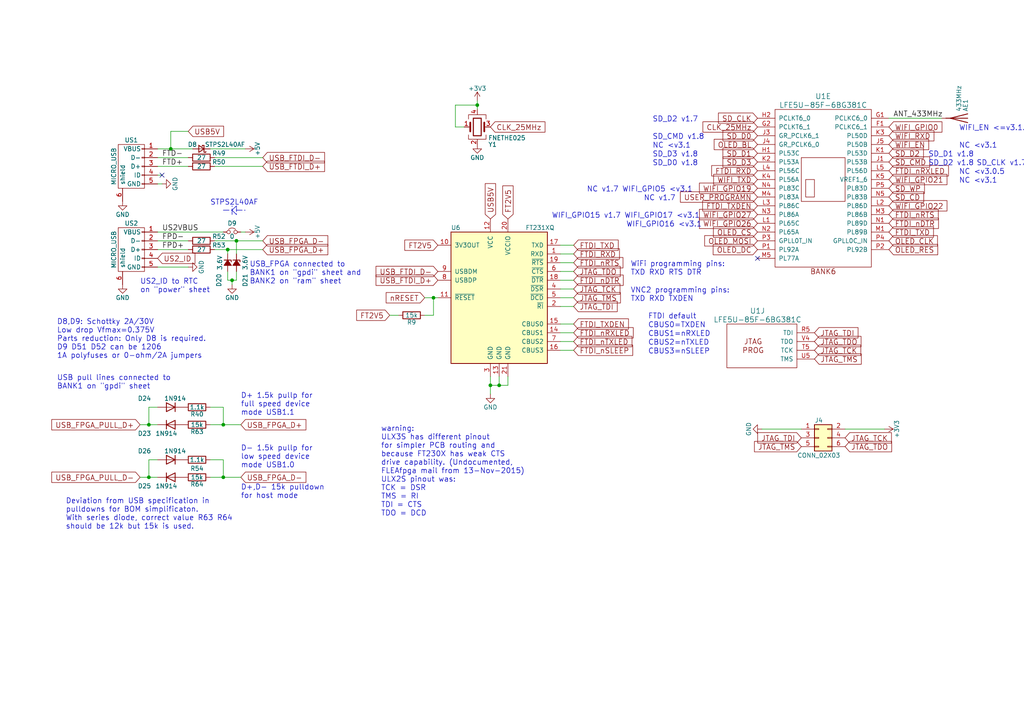
<source format=kicad_sch>
(kicad_sch (version 20211123) (generator eeschema)
  (paper "A4")
  (title_block (title "ULX3S") (date "2023-01-19") (rev "3.1.8") (company "EMARD") (comment 1 "USB serial and JTAG"))
  (junction (at 68.58 69.85))
  (junction (at 43.18 138.43))
  (junction (at 138.43 30.48))
  (junction (at 43.18 123.19))
  (junction (at 64.77 123.19))
  (junction (at 66.04 72.39))
  (junction (at 125.73 86.36))
  (junction (at 67.31 81.28))
  (junction (at 144.78 111.76))
  (junction (at 142.24 111.76))
  (junction (at 49.53 43.18))
  (junction (at 64.77 138.43))
  (no_connect (at 46.99 50.8))
  (no_connect (at 219.71 74.93))
  (polyline (pts (xy 67.31 62.23) (xy 67.31 59.69)))
  (polyline (pts (xy 64.77 60.96) (xy 67.31 60.96)))
  (wire (pts (xy 60.96 118.11) (xy 64.77 118.11)))
  (wire (pts (xy 162.56 83.82) (xy 166.37 83.82)))
  (wire (pts (xy 220.98 124.46) (xy 232.41 124.46)))
  (wire (pts (xy 138.43 29.21) (xy 138.43 30.48)))
  (wire (pts (xy 162.56 78.74) (xy 166.37 78.74)))
  (wire (pts (xy 134.62 36.83) (xy 132.08 36.83)))
  (wire (pts (xy 64.77 123.19) (xy 69.85 123.19)))
  (wire (pts (xy 66.04 72.39) (xy 76.2 72.39)))
  (wire (pts (xy 125.73 86.36) (xy 127 86.36)))
  (polyline (pts (xy 68.58 60.96) (xy 71.12 60.96)))
  (wire (pts (xy 162.56 73.66) (xy 166.37 73.66)))
  (wire (pts (xy 60.96 123.19) (xy 64.77 123.19)))
  (wire (pts (xy 67.31 81.28) (xy 68.58 81.28)))
  (wire (pts (xy 132.08 36.83) (xy 132.08 30.48)))
  (wire (pts (xy 142.24 111.76) (xy 142.24 114.3)))
  (wire (pts (xy 43.18 138.43) (xy 45.72 138.43)))
  (wire (pts (xy 132.08 30.48) (xy 138.43 30.48)))
  (wire (pts (xy 123.19 86.36) (xy 125.73 86.36)))
  (wire (pts (xy 257.81 34.29) (xy 273.05 34.29)))
  (wire (pts (xy 54.61 38.1) (xy 49.53 38.1)))
  (wire (pts (xy 40.64 123.19) (xy 43.18 123.19)))
  (wire (pts (xy 62.23 48.26) (xy 76.2 48.26)))
  (wire (pts (xy 45.72 69.85) (xy 54.61 69.85)))
  (wire (pts (xy 162.56 101.6) (xy 166.37 101.6)))
  (wire (pts (xy 43.18 118.11) (xy 45.72 118.11)))
  (wire (pts (xy 40.64 138.43) (xy 43.18 138.43)))
  (wire (pts (xy 60.96 138.43) (xy 64.77 138.43)))
  (wire (pts (xy 45.72 48.26) (xy 54.61 48.26)))
  (wire (pts (xy 64.77 138.43) (xy 69.85 138.43)))
  (wire (pts (xy 162.56 96.52) (xy 166.37 96.52)))
  (polyline (pts (xy 67.31 60.96) (xy 68.58 59.69)))
  (wire (pts (xy 60.96 43.18) (xy 71.12 43.18)))
  (wire (pts (xy 245.11 124.46) (xy 256.54 124.46)))
  (wire (pts (xy 60.96 133.35) (xy 64.77 133.35)))
  (wire (pts (xy 123.19 91.44) (xy 125.73 91.44)))
  (wire (pts (xy 66.04 81.28) (xy 67.31 81.28)))
  (wire (pts (xy 62.23 69.85) (xy 68.58 69.85)))
  (polyline (pts (xy 68.58 62.23) (xy 67.31 60.96)))
  (wire (pts (xy 162.56 99.06) (xy 166.37 99.06)))
  (wire (pts (xy 115.57 91.44) (xy 113.03 91.44)))
  (wire (pts (xy 49.53 38.1) (xy 49.53 43.18)))
  (wire (pts (xy 68.58 69.85) (xy 76.2 69.85)))
  (wire (pts (xy 43.18 123.19) (xy 43.18 118.11)))
  (wire (pts (xy 64.77 133.35) (xy 64.77 138.43)))
  (wire (pts (xy 125.73 91.44) (xy 125.73 86.36)))
  (wire (pts (xy 45.72 45.72) (xy 54.61 45.72)))
  (wire (pts (xy 162.56 81.28) (xy 166.37 81.28)))
  (wire (pts (xy 147.32 111.76) (xy 147.32 109.22)))
  (wire (pts (xy 43.18 138.43) (xy 43.18 133.35)))
  (wire (pts (xy 45.72 50.8) (xy 46.99 50.8)))
  (wire (pts (xy 69.85 67.31) (xy 71.12 67.31)))
  (wire (pts (xy 43.18 133.35) (xy 45.72 133.35)))
  (wire (pts (xy 144.78 111.76) (xy 147.32 111.76)))
  (wire (pts (xy 144.78 109.22) (xy 144.78 111.76)))
  (wire (pts (xy 162.56 93.98) (xy 166.37 93.98)))
  (wire (pts (xy 66.04 72.39) (xy 66.04 73.66)))
  (wire (pts (xy 162.56 71.12) (xy 166.37 71.12)))
  (wire (pts (xy 45.72 72.39) (xy 54.61 72.39)))
  (wire (pts (xy 45.72 77.47) (xy 54.61 77.47)))
  (wire (pts (xy 66.04 78.74) (xy 66.04 81.28)))
  (wire (pts (xy 64.77 118.11) (xy 64.77 123.19)))
  (wire (pts (xy 68.58 81.28) (xy 68.58 78.74)))
  (wire (pts (xy 45.72 67.31) (xy 64.77 67.31)))
  (wire (pts (xy 162.56 88.9) (xy 166.37 88.9)))
  (wire (pts (xy 45.72 53.34) (xy 46.99 53.34)))
  (wire (pts (xy 62.23 45.72) (xy 76.2 45.72)))
  (wire (pts (xy 62.23 72.39) (xy 66.04 72.39)))
  (wire (pts (xy 68.58 69.85) (xy 68.58 73.66)))
  (wire (pts (xy 45.72 43.18) (xy 49.53 43.18)))
  (wire (pts (xy 162.56 76.2) (xy 166.37 76.2)))
  (wire (pts (xy 49.53 43.18) (xy 55.88 43.18)))
  (wire (pts (xy 142.24 109.22) (xy 142.24 111.76)))
  (wire (pts (xy 138.43 30.48) (xy 138.43 31.75)))
  (polyline (pts (xy 68.58 59.69) (xy 68.58 62.23)))
  (wire (pts (xy 142.24 111.76) (xy 144.78 111.76)))
  (wire (pts (xy 43.18 123.19) (xy 45.72 123.19)))
  (wire (pts (xy 67.31 82.55) (xy 67.31 81.28)))
  (wire (pts (xy 162.56 86.36) (xy 166.37 86.36)))
  (text "D8,D9: Schottky 2A/30V \nLow drop Vfmax=0.375V\nParts reduction: Only D8 is required.\nD9 D51 D52 can be 1206\n1A polyfuses or 0-ohm/2A jumpers" (at 16.51 104.14 0) (effects (font (size 1.524 1.524)) (justify left bottom)))
  (text "SD_D1 v1.8" (at 269.24 45.72 0) (effects (font (size 1.524 1.524)) (justify left bottom)))
  (text "D+,D- 15k pulldown \nfor host mode" (at 69.85 144.78 0) (effects (font (size 1.524 1.524)) (justify left bottom)))
  (text "WIFI_GPIO16 <v3.1" (at 181.61 66.04 0) (effects (font (size 1.524 1.524)) (justify left bottom)))
  (text "US2_ID to RTC\non \"power\" sheet" (at 40.64 85.09 0) (effects (font (size 1.524 1.524)) (justify left bottom)))
  (text "VNC2 programming pins:\nTXD RXD TXDEN" (at 182.88 87.63 0) (effects (font (size 1.524 1.524)) (justify left bottom)))
  (text "NC <v3.1" (at 189.23 43.18 0) (effects (font (size 1.524 1.524)) (justify left bottom)))
  (text "CBUS2=nTXLED" (at 187.96 100.33 0) (effects (font (size 1.524 1.524)) (justify left bottom)))
  (text "CBUS0=TXDEN" (at 187.96 95.25 0) (effects (font (size 1.524 1.524)) (justify left bottom)))
  (text "WiFi programming pins:\nTXD RXD RTS DTR" (at 182.88 80.01 0) (effects (font (size 1.524 1.524)) (justify left bottom)))
  (text "SD_D3 v1.8" (at 189.23 45.72 0) (effects (font (size 1.524 1.524)) (justify left bottom)))
  (text "D+ 1.5k pullp for \nfull speed device\nmode USB1.1" (at 69.85 120.65 0) (effects (font (size 1.524 1.524)) (justify left bottom)))
  (text "SD_CLK v1.7" (at 283.21 48.26 0) (effects (font (size 1.524 1.524)) (justify left bottom)))
  (text "NC <v3.1" (at 278.13 43.18 0) (effects (font (size 1.524 1.524)) (justify left bottom)))
  (text "SD_CMD v1.8" (at 189.23 40.64 0) (effects (font (size 1.524 1.524)) (justify left bottom)))
  (text "USB pull lines connected to\nBANK1 on \"gpdi\" sheet" (at 16.51 113.03 0) (effects (font (size 1.524 1.524)) (justify left bottom)))
  (text "Deviation from USB specification in\npulldowns for BOM simplificaton.\nWith series diode, correct value R63 R64 \nshould be 12k but 15k is used." (at 19.05 153.67 0) (effects (font (size 1.524 1.524)) (justify left bottom)))
  (text "NC <v3.1" (at 278.13 53.34 0) (effects (font (size 1.524 1.524)) (justify left bottom)))
  (text "NC <v3.0.5" (at 278.13 50.8 0) (effects (font (size 1.524 1.524)) (justify left bottom)))
  (text "CBUS1=nRXLED" (at 187.96 97.79 0) (effects (font (size 1.524 1.524)) (justify left bottom)))
  (text "warning:\nULX3S has different pinout\nfor simpler PCB routing and\nbecause FT230X has weak CTS\ndrive capability. (Undocumented,\nFLEAfpga mail from 13-Nov-2015)\nULX2S pinout was:\nTCK = DSR\nTMS = RI\nTDI = CTS\nTDO = DCD\n" (at 110.49 149.86 0) (effects (font (size 1.524 1.524)) (justify left bottom)))
  (text "NC v1.7 WIFI_GPIO5 <v3.1" (at 170.18 55.88 0) (effects (font (size 1.524 1.524)) (justify left bottom)))
  (text "CBUS3=nSLEEP" (at 187.96 102.87 0) (effects (font (size 1.524 1.524)) (justify left bottom)))
  (text "WIFI_EN <=v3.1.4" (at 278.13 38.1 0) (effects (font (size 1.524 1.524)) (justify left bottom)))
  (text "D- 1.5k pullp for \nlow speed device\nmode USB1.0" (at 69.85 135.89 0) (effects (font (size 1.524 1.524)) (justify left bottom)))
  (text "NC v1.7" (at 186.69 58.42 0) (effects (font (size 1.524 1.524)) (justify left bottom)))
  (text "SD_D0 v1.8" (at 189.23 48.26 0) (effects (font (size 1.524 1.524)) (justify left bottom)))
  (text "WIFI_GPIO15 v1.7 WIFI_GPIO17 <v3.1" (at 160.02 63.5 0) (effects (font (size 1.524 1.524)) (justify left bottom)))
  (text "USB_FPGA connected to\nBANK1 on \"gpdi\" sheet and\nBANK2 on \"ram\" sheet" (at 72.39 82.55 0) (effects (font (size 1.524 1.524)) (justify left bottom)))
  (text "STPS2L40AF" (at 60.96 59.69 0) (effects (font (size 1.524 1.524)) (justify left bottom)))
  (text "FTDI default" (at 187.96 92.71 0) (effects (font (size 1.524 1.524)) (justify left bottom)))
  (text "SD_D2 v1.8" (at 269.24 48.26 0) (effects (font (size 1.524 1.524)) (justify left bottom)))
  (text "SD_D2 v1.7" (at 189.23 35.56 0) (effects (font (size 1.524 1.524)) (justify left bottom)))
  (label "US2VBUS" (at 46.99 67.31 0) (effects (font (size 1.524 1.524))))
  (label "FTD+" (at 46.99 48.26 0) (effects (font (size 1.524 1.524))))
  (label "FPD+" (at 46.99 72.39 0) (effects (font (size 1.524 1.524))))
  (label "FTD-" (at 46.99 45.72 0) (effects (font (size 1.524 1.524))))
  (label "FPD-" (at 46.99 69.85 0) (effects (font (size 1.524 1.524))))
  (label "ANT_433MHz" (at 259.08 34.29 0) (effects (font (size 1.524 1.524))))
  (global_label "WIFI_GPIO27" (shape input) (at 219.71 62.23 180) (effects (font (size 1.524 1.524))) (property "Intersheet References" "${INTERSHEET_REFS}" (effects hide)))
  (global_label "FTDI_RXD" (shape input) (at 166.37 73.66 0) (effects (font (size 1.524 1.524))) (property "Intersheet References" "${INTERSHEET_REFS}" (effects hide)))
  (global_label "OLED_BL" (shape input) (at 219.71 41.91 180) (effects (font (size 1.524 1.524))) (property "Intersheet References" "${INTERSHEET_REFS}" (effects hide)))
  (global_label "USB5V" (shape input) (at 54.61 38.1 0) (effects (font (size 1.524 1.524))) (property "Intersheet References" "${INTERSHEET_REFS}" (effects hide)))
  (global_label "WIFI_EN" (shape input) (at 257.81 41.91 0) (effects (font (size 1.524 1.524))) (property "Intersheet References" "${INTERSHEET_REFS}" (effects hide)))
  (global_label "WIFI_GPIO22" (shape input) (at 257.81 59.69 0) (effects (font (size 1.524 1.524))) (property "Intersheet References" "${INTERSHEET_REFS}" (effects hide)))
  (global_label "FTDI_TXD" (shape input) (at 166.37 71.12 0) (effects (font (size 1.524 1.524))) (property "Intersheet References" "${INTERSHEET_REFS}" (effects hide)))
  (global_label "FTDI_nRXLED" (shape input) (at 257.81 49.53 0) (effects (font (size 1.524 1.524))) (property "Intersheet References" "${INTERSHEET_REFS}" (effects hide)))
  (global_label "FTDI_RXD" (shape input) (at 219.71 49.53 180) (effects (font (size 1.524 1.524))) (property "Intersheet References" "${INTERSHEET_REFS}" (effects hide)))
  (global_label "US2_ID" (shape input) (at 45.72 74.93 0) (effects (font (size 1.524 1.524))) (property "Intersheet References" "${INTERSHEET_REFS}" (effects hide)))
  (global_label "JTAG_TMS" (shape input) (at 232.41 129.54 180) (effects (font (size 1.524 1.524))) (property "Intersheet References" "${INTERSHEET_REFS}" (effects hide)))
  (global_label "CLK_25MHz" (shape input) (at 219.71 36.83 180) (effects (font (size 1.524 1.524))) (property "Intersheet References" "${INTERSHEET_REFS}" (effects hide)))
  (global_label "JTAG_TCK" (shape input) (at 166.37 83.82 0) (effects (font (size 1.524 1.524))) (property "Intersheet References" "${INTERSHEET_REFS}" (effects hide)))
  (global_label "USB5V" (shape input) (at 142.24 63.5 90) (effects (font (size 1.524 1.524))) (property "Intersheet References" "${INTERSHEET_REFS}" (effects hide)))
  (global_label "OLED_RES" (shape input) (at 257.81 72.39 0) (effects (font (size 1.524 1.524))) (property "Intersheet References" "${INTERSHEET_REFS}" (effects hide)))
  (global_label "CLK_25MHz" (shape input) (at 142.24 36.83 0) (effects (font (size 1.524 1.524))) (property "Intersheet References" "${INTERSHEET_REFS}" (effects hide)))
  (global_label "USB_FPGA_PULL_D+" (shape input) (at 40.64 123.19 180) (effects (font (size 1.524 1.524))) (property "Intersheet References" "${INTERSHEET_REFS}" (effects hide)))
  (global_label "nRESET" (shape input) (at 123.19 86.36 180) (effects (font (size 1.524 1.524))) (property "Intersheet References" "${INTERSHEET_REFS}" (effects hide)))
  (global_label "WIFI_TXD" (shape input) (at 219.71 52.07 180) (effects (font (size 1.524 1.524))) (property "Intersheet References" "${INTERSHEET_REFS}" (effects hide)))
  (global_label "USER_PROGRAMN" (shape input) (at 219.71 57.15 180) (effects (font (size 1.524 1.524))) (property "Intersheet References" "${INTERSHEET_REFS}" (effects hide)))
  (global_label "JTAG_TDI" (shape input) (at 236.22 96.52 0) (effects (font (size 1.524 1.524))) (property "Intersheet References" "${INTERSHEET_REFS}" (effects hide)))
  (global_label "OLED_CLK" (shape input) (at 257.81 69.85 0) (effects (font (size 1.524 1.524))) (property "Intersheet References" "${INTERSHEET_REFS}" (effects hide)))
  (global_label "USB_FPGA_D+" (shape input) (at 69.85 123.19 0) (effects (font (size 1.524 1.524))) (property "Intersheet References" "${INTERSHEET_REFS}" (effects hide)))
  (global_label "WIFI_RXD" (shape input) (at 257.81 39.37 0) (effects (font (size 1.524 1.524))) (property "Intersheet References" "${INTERSHEET_REFS}" (effects hide)))
  (global_label "FTDI_TXDEN" (shape input) (at 166.37 93.98 0) (effects (font (size 1.524 1.524))) (property "Intersheet References" "${INTERSHEET_REFS}" (effects hide)))
  (global_label "WIFI_GPIO21" (shape input) (at 257.81 52.07 0) (effects (font (size 1.524 1.524))) (property "Intersheet References" "${INTERSHEET_REFS}" (effects hide)))
  (global_label "JTAG_TDO" (shape input) (at 166.37 78.74 0) (effects (font (size 1.524 1.524))) (property "Intersheet References" "${INTERSHEET_REFS}" (effects hide)))
  (global_label "FT2V5" (shape input) (at 113.03 91.44 180) (effects (font (size 1.524 1.524))) (property "Intersheet References" "${INTERSHEET_REFS}" (effects hide)))
  (global_label "FTDI_nDTR" (shape input) (at 166.37 81.28 0) (effects (font (size 1.524 1.524))) (property "Intersheet References" "${INTERSHEET_REFS}" (effects hide)))
  (global_label "JTAG_TMS" (shape input) (at 166.37 86.36 0) (effects (font (size 1.524 1.524))) (property "Intersheet References" "${INTERSHEET_REFS}" (effects hide)))
  (global_label "JTAG_TDO" (shape input) (at 245.11 129.54 0) (effects (font (size 1.524 1.524))) (property "Intersheet References" "${INTERSHEET_REFS}" (effects hide)))
  (global_label "FTDI_TXDEN" (shape input) (at 219.71 59.69 180) (effects (font (size 1.524 1.524))) (property "Intersheet References" "${INTERSHEET_REFS}" (effects hide)))
  (global_label "OLED_DC" (shape input) (at 219.71 72.39 180) (effects (font (size 1.524 1.524))) (property "Intersheet References" "${INTERSHEET_REFS}" (effects hide)))
  (global_label "FTDI_nRTS" (shape input) (at 257.81 62.23 0) (effects (font (size 1.524 1.524))) (property "Intersheet References" "${INTERSHEET_REFS}" (effects hide)))
  (global_label "SD_D0" (shape input) (at 219.71 39.37 180) (effects (font (size 1.524 1.524))) (property "Intersheet References" "${INTERSHEET_REFS}" (effects hide)))
  (global_label "FT2V5" (shape input) (at 127 71.12 180) (effects (font (size 1.524 1.524))) (property "Intersheet References" "${INTERSHEET_REFS}" (effects hide)))
  (global_label "SD_WP" (shape input) (at 257.81 54.61 0) (effects (font (size 1.524 1.524))) (property "Intersheet References" "${INTERSHEET_REFS}" (effects hide)))
  (global_label "WIFI_GPIO26" (shape input) (at 219.71 64.77 180) (effects (font (size 1.524 1.524))) (property "Intersheet References" "${INTERSHEET_REFS}" (effects hide)))
  (global_label "FTDI_nRXLED" (shape input) (at 166.37 96.52 0) (effects (font (size 1.524 1.524))) (property "Intersheet References" "${INTERSHEET_REFS}" (effects hide)))
  (global_label "FT2V5" (shape input) (at 147.32 63.5 90) (effects (font (size 1.524 1.524))) (property "Intersheet References" "${INTERSHEET_REFS}" (effects hide)))
  (global_label "JTAG_TMS" (shape input) (at 236.22 104.14 0) (effects (font (size 1.524 1.524))) (property "Intersheet References" "${INTERSHEET_REFS}" (effects hide)))
  (global_label "SD_CMD" (shape input) (at 257.81 46.99 0) (effects (font (size 1.524 1.524))) (property "Intersheet References" "${INTERSHEET_REFS}" (effects hide)))
  (global_label "OLED_CS" (shape input) (at 219.71 67.31 180) (effects (font (size 1.524 1.524))) (property "Intersheet References" "${INTERSHEET_REFS}" (effects hide)))
  (global_label "USB_FPGA_PULL_D-" (shape input) (at 40.64 138.43 180) (effects (font (size 1.524 1.524))) (property "Intersheet References" "${INTERSHEET_REFS}" (effects hide)))
  (global_label "WIFI_GPIO0" (shape input) (at 257.81 36.83 0) (effects (font (size 1.524 1.524))) (property "Intersheet References" "${INTERSHEET_REFS}" (effects hide)))
  (global_label "USB_FTDI_D+" (shape input) (at 76.2 48.26 0) (effects (font (size 1.524 1.524))) (property "Intersheet References" "${INTERSHEET_REFS}" (effects hide)))
  (global_label "FTDI_nTXLED" (shape input) (at 166.37 99.06 0) (effects (font (size 1.524 1.524))) (property "Intersheet References" "${INTERSHEET_REFS}" (effects hide)))
  (global_label "WIFI_GPIO19" (shape input) (at 219.71 54.61 180) (effects (font (size 1.524 1.524))) (property "Intersheet References" "${INTERSHEET_REFS}" (effects hide)))
  (global_label "USB_FTDI_D-" (shape input) (at 127 78.74 180) (effects (font (size 1.524 1.524))) (property "Intersheet References" "${INTERSHEET_REFS}" (effects hide)))
  (global_label "SD_D3" (shape input) (at 219.71 46.99 180) (effects (font (size 1.524 1.524))) (property "Intersheet References" "${INTERSHEET_REFS}" (effects hide)))
  (global_label "SD_CLK" (shape input) (at 219.71 34.29 180) (effects (font (size 1.524 1.524))) (property "Intersheet References" "${INTERSHEET_REFS}" (effects hide)))
  (global_label "JTAG_TCK" (shape input) (at 236.22 101.6 0) (effects (font (size 1.524 1.524))) (property "Intersheet References" "${INTERSHEET_REFS}" (effects hide)))
  (global_label "USB_FTDI_D+" (shape input) (at 127 81.28 180) (effects (font (size 1.524 1.524))) (property "Intersheet References" "${INTERSHEET_REFS}" (effects hide)))
  (global_label "USB_FTDI_D-" (shape input) (at 76.2 45.72 0) (effects (font (size 1.524 1.524))) (property "Intersheet References" "${INTERSHEET_REFS}" (effects hide)))
  (global_label "SD_D2" (shape input) (at 257.81 44.45 0) (effects (font (size 1.524 1.524))) (property "Intersheet References" "${INTERSHEET_REFS}" (effects hide)))
  (global_label "JTAG_TDI" (shape input) (at 232.41 127 180) (effects (font (size 1.524 1.524))) (property "Intersheet References" "${INTERSHEET_REFS}" (effects hide)))
  (global_label "USB_FPGA_D+" (shape input) (at 76.2 72.39 0) (effects (font (size 1.524 1.524))) (property "Intersheet References" "${INTERSHEET_REFS}" (effects hide)))
  (global_label "FTDI_nSLEEP" (shape input) (at 166.37 101.6 0) (effects (font (size 1.524 1.524))) (property "Intersheet References" "${INTERSHEET_REFS}" (effects hide)))
  (global_label "FTDI_nRTS" (shape input) (at 166.37 76.2 0) (effects (font (size 1.524 1.524))) (property "Intersheet References" "${INTERSHEET_REFS}" (effects hide)))
  (global_label "FTDI_nDTR" (shape input) (at 257.81 64.77 0) (effects (font (size 1.524 1.524))) (property "Intersheet References" "${INTERSHEET_REFS}" (effects hide)))
  (global_label "USB_FPGA_D-" (shape input) (at 69.85 138.43 0) (effects (font (size 1.524 1.524))) (property "Intersheet References" "${INTERSHEET_REFS}" (effects hide)))
  (global_label "JTAG_TDI" (shape input) (at 166.37 88.9 0) (effects (font (size 1.524 1.524))) (property "Intersheet References" "${INTERSHEET_REFS}" (effects hide)))
  (global_label "JTAG_TCK" (shape input) (at 245.11 127 0) (effects (font (size 1.524 1.524))) (property "Intersheet References" "${INTERSHEET_REFS}" (effects hide)))
  (global_label "FTDI_TXD" (shape input) (at 257.81 67.31 0) (effects (font (size 1.524 1.524))) (property "Intersheet References" "${INTERSHEET_REFS}" (effects hide)))
  (global_label "JTAG_TDO" (shape input) (at 236.22 99.06 0) (effects (font (size 1.524 1.524))) (property "Intersheet References" "${INTERSHEET_REFS}" (effects hide)))
  (global_label "USB_FPGA_D-" (shape input) (at 76.2 69.85 0) (effects (font (size 1.524 1.524))) (property "Intersheet References" "${INTERSHEET_REFS}" (effects hide)))
  (global_label "OLED_MOSI" (shape input) (at 219.71 69.85 180) (effects (font (size 1.524 1.524))) (property "Intersheet References" "${INTERSHEET_REFS}" (effects hide)))
  (global_label "SD_D1" (shape input) (at 219.71 44.45 180) (effects (font (size 1.524 1.524))) (property "Intersheet References" "${INTERSHEET_REFS}" (effects hide)))
  (global_label "SD_CD" (shape input) (at 257.81 57.15 0) (effects (font (size 1.524 1.524))) (property "Intersheet References" "${INTERSHEET_REFS}" (effects hide)))
  (symbol (lib_id "Device:D_Schottky_Small") (at 58.42 43.18 180) (unit 1)
    (property "Reference" "D8" (at 57.15 41.91 0) (effects (justify left)))
    (property "Value" "STPS2L40AF" (at 71.12 41.91 0) (effects (justify left)))
    (property "Footprint" "Diode_SMD:D_SMA" (effects hide))
    (property "MNF1_URL" "www.st.com" (effects hide))
    (property "MPN" "STPS2L30AF" (effects hide))
    (property "Mouser" "511-STPS2L40AF" (effects hide))
    (property "Digikey" "497-12310-1-ND" (effects hide))
    (property "Newark" "69AH2828" (effects hide))
    (property "AvnetEU" "STPS2L30AF" (effects hide))
    (property "LCSC" "C111630" (effects hide))
    (property "price100_AvnetEU" "0.22121$" (effects hide))
    (property "Koncar" "FV008" (effects hide))
  )
  (symbol (lib_id "power:+5V") (at 71.12 43.18 270) (unit 1)
    (property "Reference" "#PWR0107" (effects hide))
    (property "Value" "+5V" (at 74.676 43.18 0))
  )
  (symbol (lib_id "ulx3s-rescue:Jumper_NC_Small-Device") (at 67.31 67.31 0) (unit 1)
    (property "Reference" "D9" (at 67.31 64.77 0))
    (property "Value" "0" (at 67.31 68.58 0))
    (property "Footprint" "jumper:D_SMA_Jumper_NC" (effects hide))
    (property "MFG1" "Yageo" (effects hide))
    (property "MNF1_URL" "www.yageo.com" (effects hide))
    (property "EMPTY_MPN" "RC0805JR-070RL" (effects hide))
    (property "MFG2" "ST" (effects hide))
    (property "MPN2" "STPS2L30AF" (effects hide))
    (property "Note" "Leave empty" (effects hide))
  )
  (symbol (lib_id "power:+5V") (at 71.12 67.31 270) (unit 1)
    (property "Reference" "#PWR0108" (effects hide))
    (property "Value" "+5V" (at 74.676 67.31 0))
  )
  (symbol (lib_id "usb_otg:USB_OTG") (at 38.1 48.26 90) (mirror x) (unit 1)
    (property "Reference" "US1" (at 38.1 40.64 90))
    (property "Value" "MICRO_USB" (at 33.02 48.26 0))
    (property "Footprint" "usb_otg:USB-MICRO-B-FCI-10118192-0001LF" (effects hide))
    (property "Datasheet" "http://portal.fciconnect.com/Comergent/fci/drawing/10118192.pdf" (effects hide))
    (property "MFG1" "FCI" (effects hide))
    (property "MNF1_URL" "www.fciconnect.com" (effects hide))
    (property "MPN" "10118192-0001LF" (effects hide))
    (property "Datasheet2" "https://www.molex.com/pdm_docs/sd/473460001_sd.pdf" (effects hide))
    (property "MFG2" "Molex" (effects hide))
    (property "MNF2_URL" "www.molex.com" (effects hide))
    (property "MPN2" "47346-0001" (effects hide))
    (property "Mouser" "649-10118192-0001LF " (effects hide))
    (property "Mouse_r1" "538-47346-0001" (effects hide))
    (property "Mouse_r2" "490-UJ2-MIBH-G-SMTTR" (effects hide))
    (property "Digikey" "609-4613-1-ND" (effects hide))
    (property "Digikey2" "WM17141CT-ND" (effects hide))
    (property "Newark" "47M0505" (effects hide))
    (property "LCSC" "C132564" (effects hide))
    (property "FreelanceElec" "10118192-0001LF" (effects hide))
    (property "price200_FreelanceElec" "0.12487$" (effects hide))
    (property "Koncar" "FU010" (effects hide))
    (property "Side" "T" (effects hide))
  )
  (symbol (lib_id "usb_otg:USB_OTG") (at 38.1 72.39 90) (mirror x) (unit 1)
    (property "Reference" "US2" (at 38.1 64.77 90))
    (property "Value" "MICRO_USB" (at 33.02 72.39 0))
    (property "Footprint" "usb_otg:USB-MICRO-B-FCI-10118192-0001LF" (effects hide))
    (property "Datasheet" "portal.fciconnect.com/Comergent/fci/drawing/10118192.pdf" (effects hide))
  )
  (symbol (lib_id "power:GND") (at 46.99 53.34 90) (unit 1)
    (property "Reference" "#PWR0104" (effects hide))
    (property "Value" "GND" (at 50.8 53.34 0))
  )
  (symbol (lib_id "power:GND") (at 54.61 77.47 90) (unit 1)
    (property "Reference" "#PWR0105" (effects hide))
    (property "Value" "GND" (at 58.42 77.47 0))
  )
  (symbol (lib_id "power:GND") (at 35.56 58.42 0) (unit 1)
    (property "Reference" "#PWR0102" (effects hide))
    (property "Value" "GND" (at 35.56 62.23 0))
  )
  (symbol (lib_id "power:GND") (at 35.56 82.55 0) (unit 1)
    (property "Reference" "#PWR0103" (effects hide))
    (property "Value" "GND" (at 35.56 86.36 0))
  )
  (symbol (lib_id "power:GND") (at 142.24 114.3 0) (unit 1)
    (property "Reference" "#PWR0111" (effects hide))
    (property "Value" "GND" (at 142.24 118.11 0))
  )
  (symbol (lib_id "ftdi:FT231XQ") (at 144.78 86.36 0) (unit 1)
    (property "Reference" "U6" (at 130.81 66.04 0) (effects (justify left)))
    (property "Value" "FT231XQ" (at 152.4 66.04 0) (effects (justify left)))
    (property "Footprint" "ft231x:FT231X-QFN-20-1EP_4x4mm_P0.5mm_EP2x2mm" (effects hide))
    (property "Datasheet" "www.ftdichip.com/Documents/DataSheets/ICs/DS_FT231X.pdf" (effects hide))
    (property "MNF1_URL" "www.ftdichip.com" (effects hide))
    (property "MPN" "FT231XQ" (effects hide))
    (property "Mouser" "895-FT231XQ-R" (effects hide))
    (property "Mouse_r2" "895-FT231XQ-T" (effects hide))
    (property "Digikey" "768-1128-1-ND" (effects hide))
    (property "Dikike_y2" "768-1155-ND" (effects hide))
    (property "LCSC" "C132159" (effects hide))
    (property "RS" "7570032" (effects hide))
    (property "Newark" "83T7088" (effects hide))
    (property "price100_RS" "1.86$" (effects hide))
    (property "Koncar" "FU002" (effects hide))
  )
  (symbol (lib_id "Device:R") (at 119.38 91.44 270) (unit 1)
    (property "Reference" "R9" (at 119.38 93.472 90))
    (property "Value" "15k" (at 119.38 91.44 90))
    (property "Footprint" "Resistor_SMD:R_0603_1608Metric" (effects hide))
    (property "MNF1_URL" "www.yageo.com" (effects hide))
    (property "MPN" "RC0603FR-0715KL" (effects hide))
    (property "Mouser" "603-AC0603FR-1015KL" (effects hide))
    (property "Mouse_r1" "603-RC0603FR-0715KL" (effects hide))
    (property "Mouse_r2" "603-RC0603FR-1015KL" (effects hide))
    (property "Mouse_r3" "603-RC0603FR-1315KL" (effects hide))
    (property "Digikey" "YAG3569CT-ND" (effects hide))
    (property "Newark" "94X1443" (effects hide))
    (property "LCSC" "C217750" (effects hide))
    (property "price1500_Mouser" "8.4$" (effects hide))
    (property "Koncar" "FR005" (effects hide))
  )
  (symbol (lib_id "Device:R") (at 57.15 118.11 90) (mirror x) (unit 1)
    (property "Reference" "R40" (at 57.15 120.142 90))
    (property "Value" "1.1k" (at 57.15 118.11 90))
    (property "Footprint" "Resistor_SMD:R_0603_1608Metric" (effects hide))
  )
  (symbol (lib_id "Connector_Generic:Conn_02x03_Odd_Even") (at 237.49 127 0) (unit 1)
    (property "Reference" "J4" (at 237.49 121.92 0))
    (property "Value" "CONN_02X03" (at 237.49 132.08 0))
    (property "Footprint" "Connector_PinSocket_1.27mm:PinSocket_2x03_P1.27mm_Vertical" (effects hide))
    (property "Note" "Leave empty" (effects hide))
    (property "Side" "T" (effects hide))
  )
  (symbol (lib_id "power:GND") (at 220.98 124.46 270) (unit 1)
    (property "Reference" "#PWR0113" (effects hide))
    (property "Value" "GND" (at 217.17 124.46 0))
  )
  (symbol (lib_id "power:+3V3") (at 256.54 124.46 270) (unit 1)
    (property "Reference" "#PWR0114" (effects hide))
    (property "Value" "+3V3" (at 260.096 124.46 0))
  )
  (symbol (lib_id "Device:R") (at 58.42 45.72 270) (unit 1)
    (property "Reference" "R49" (at 63.5 44.45 90))
    (property "Value" "27" (at 58.42 45.72 90))
    (property "Footprint" "Resistor_SMD:R_0603_1608Metric" (effects hide))
    (property "MNF1_URL" "www.yageo.com" (effects hide))
    (property "MPN" "AC0603JR-0727RL" (effects hide))
    (property "Mouser" "603-AC0603JR-0727RL" (effects hide))
    (property "Digikey" "311-27.0HRCT-ND" (effects hide))
    (property "Newark" "08AH8595" (effects hide))
    (property "LCSC" "C325726" (effects hide))
    (property "Koncar" "FR008" (effects hide))
  )
  (symbol (lib_id "Device:R") (at 58.42 48.26 270) (unit 1)
    (property "Reference" "R50" (at 63.5 46.99 90))
    (property "Value" "27" (at 58.42 48.26 90))
    (property "Footprint" "Resistor_SMD:R_0603_1608Metric" (effects hide))
    (property "MNF1_URL" "www.yageo.com" (effects hide))
    (property "MPN" "AC0603JR-0727RL" (effects hide))
  )
  (symbol (lib_id "Device:R") (at 58.42 69.85 270) (unit 1)
    (property "Reference" "R52" (at 63.5 68.58 90))
    (property "Value" "27" (at 58.42 69.85 90))
    (property "Footprint" "Resistor_SMD:R_0603_1608Metric" (effects hide))
    (property "MNF1_URL" "www.yageo.com" (effects hide))
    (property "MPN" "AC0603JR-0727RL" (effects hide))
  )
  (symbol (lib_id "Device:R") (at 58.42 72.39 270) (unit 1)
    (property "Reference" "R53" (at 63.5 71.12 90))
    (property "Value" "27" (at 58.42 72.39 90))
    (property "Footprint" "Resistor_SMD:R_0603_1608Metric" (effects hide))
    (property "MNF1_URL" "www.yageo.com" (effects hide))
    (property "MPN" "AC0603JR-0727RL" (effects hide))
  )
  (symbol (lib_id "ulx3s-rescue:D_Zener_Small_ALT-Device") (at 66.04 76.2 270) (unit 1)
    (property "Reference" "D20" (at 63.5 81.28 0))
    (property "Value" "3.6V" (at 63.754 76.2 0))
    (property "Footprint" "Diode_SMD:D_SOD-323_HandSoldering" (effects hide))
    (property "Datasheet" "http://www.taiwansemi.com/products/datasheet/BZT52C2V4S%20SERIES_H1709.pdf" (effects hide))
    (property "MNF1_URL" "www.taiwansemi.com" (effects hide))
    (property "MPN" "BZT52C3V6S" (effects hide))
    (property "Mouser" "833-BZT52C3V6S-TP" (effects hide))
    (property "price200_Mouser" "0.096$" (effects hide))
    (property "Digikey" "BZT52C3V6S-TPMSCT-ND" (effects hide))
    (property "Newark" "01P0395" (effects hide))
    (property "LCSC" "C353525" (effects hide))
    (property "Koncar" "FV002" (effects hide))
  )
  (symbol (lib_id "ulx3s-rescue:D_Zener_Small_ALT-Device") (at 68.58 76.2 270) (unit 1)
    (property "Reference" "D21" (at 71.12 81.28 0))
    (property "Value" "3.6V" (at 71.12 76.2 0))
    (property "Footprint" "Diode_SMD:D_SOD-323_HandSoldering" (effects hide))
    (property "Datasheet" "http://www.taiwansemi.com/products/datasheet/BZT52C2V4S%20SERIES_H1709.pdf" (effects hide))
    (property "MNF1_URL" "www.taiwansemi.com" (effects hide))
    (property "MPN" "BZT52C3V6S" (effects hide))
    (property "Mouser" "833-BZT52C3V6S-TP" (effects hide))
  )
  (symbol (lib_id "power:GND") (at 67.31 82.55 0) (unit 1)
    (property "Reference" "#PWR0106" (effects hide))
    (property "Value" "GND" (at 67.31 86.36 0))
  )
  (symbol (lib_id "Device:Antenna") (at 278.13 34.29 270) (unit 1)
    (property "Reference" "AE1" (at 280.035 32.385 0) (effects (justify right)))
    (property "Value" "433MHz" (at 278.13 32.385 0) (effects (justify right)))
    (property "Footprint" "USB-C:1013706200021LF" (effects hide))
    (property "Note" "Leave empty" (effects hide))
  )
  (symbol (lib_id "Device:R") (at 57.15 133.35 270) (mirror x) (unit 1)
    (property "Reference" "R54" (at 57.15 135.89 90))
    (property "Value" "1.1k" (at 57.15 133.35 90))
    (property "Footprint" "Resistor_SMD:R_0603_1608Metric" (effects hide))
  )
  (symbol (lib_id "Device:Crystal_GND24") (at 138.43 36.83 0) (mirror x) (unit 1)
    (property "Reference" "Y1" (at 141.605 41.91 0) (effects (justify left)))
    (property "Value" "FNETHE025" (at 141.605 40.005 0) (effects (justify left)))
    (property "Footprint" "oscxo:Crystal_SMD_7050_4Pads" (effects hide))
    (property "Datasheet" "https://www.diodes.com/assets/Datasheets/FNETHE025.pdf" (effects hide))
    (property "MNF1_URL" "www.diodes.com" (effects hide))
    (property "MPN" "FNETHE025" (effects hide))
    (property "MPN2" "SiT8008BC-81-33E-25.000000X" (effects hide))
    (property "MNF3_URL" "https://datasheet.lcsc.com/szlcsc/1912111437_Shenzhen-SCTF-Elec-S7D25-000000D20F30T_C387026.pdf" (effects hide))
    (property "MPN3" "S7D25.000000D20F30T" (effects hide))
    (property "Mouser" "729-FNETHE025" (effects hide))
    (property "Mouse_r2" "788-8008BC8133E25X " (effects hide))
    (property "Digikey" "3305-7050XOM2500BMD13CCC-CT-ND" (effects hide))
    (property "Digike_y1" "FNETHE025CT-ND" (effects hide))
    (property "Newark" "80AC8624" (effects hide))
    (property "LCSC" "C390569" (effects hide))
    (property "price100_Digikey" "0.7942$" (effects hide))
    (property "Koncar" "FQ001" (effects hide))
    (property "Side" "T" (effects hide))
  )
  (symbol (lib_id "lfe5bg381:LFE5UM-85F-6BG381C") (at 238.76 52.07 0) (unit 5)
    (property "Reference" "U1" (at 238.76 27.94 0) (effects (font (size 1.524 1.524))))
    (property "Value" "LFE5U-85F-6BG381C" (at 238.76 30.48 0) (effects (font (size 1.524 1.524))))
    (property "Footprint" "lfe5bg381:BGA-381_pitch0.8mm_dia0.4mm" (effects hide))
    (property "Datasheet" "http://www.latticesemi.com/~/media/LatticeSemi/Documents/DataSheets/ECP5/FPGA-DS-02012.pdf" (effects hide))
    (property "MPN" "LFE5U-85F-6BG381C" (effects hide))
  )
  (symbol (lib_id "lfe5bg381:LFE5UM-85F-6BG381C") (at 218.44 100.33 0) (mirror y) (unit 10)
    (property "Reference" "U1" (at 219.71 90.17 0) (effects (font (size 1.524 1.524))))
    (property "Value" "LFE5U-85F-6BG381C" (at 219.71 92.71 0) (effects (font (size 1.524 1.524))))
    (property "Footprint" "lfe5bg381:BGA-381_pitch0.8mm_dia0.4mm" (effects hide))
    (property "Datasheet" "http://www.latticesemi.com/~/media/LatticeSemi/Documents/DataSheets/ECP5/FPGA-DS-02012.pdf" (effects hide))
    (property "MPN" "LFE5U-85F-6BG381C" (effects hide))
  )
  (symbol (lib_id "power:GND") (at 138.43 41.91 0) (unit 1)
    (property "Reference" "#PWR0110" (effects hide))
    (property "Value" "GND" (at 138.43 45.72 0))
  )
  (symbol (lib_id "power:+3V3") (at 138.43 29.21 0) (unit 1)
    (property "Reference" "#PWR0109" (effects hide))
    (property "Value" "+3V3" (at 138.43 25.654 0))
  )
  (symbol (lib_id "Device:R") (at 57.15 123.19 90) (mirror x) (unit 1)
    (property "Reference" "R63" (at 57.15 125.222 90))
    (property "Value" "15k" (at 57.15 123.19 90))
    (property "Footprint" "Resistor_SMD:R_0603_1608Metric" (effects hide))
  )
  (symbol (lib_id "Device:R") (at 57.15 138.43 90) (mirror x) (unit 1)
    (property "Reference" "R64" (at 57.15 140.462 90))
    (property "Value" "15k" (at 57.15 138.43 90))
    (property "Footprint" "Resistor_SMD:R_0603_1608Metric" (effects hide))
  )
  (symbol (lib_id "Device:D") (at 49.53 123.19 0) (mirror x) (unit 1)
    (property "Reference" "D23" (at 41.91 125.73 0))
    (property "Value" "1N914" (at 48.26 125.73 0))
    (property "Footprint" "Diode_SMD:D_SOD-323_HandSoldering" (effects hide))
    (property "Datasheet" "https://www.diodes.com/assets/Datasheets/ds30065.pdf" (effects hide))
  )
  (symbol (lib_id "Device:D") (at 49.53 138.43 0) (mirror x) (unit 1)
    (property "Reference" "D25" (at 41.91 140.97 0))
    (property "Value" "1N914" (at 48.26 140.97 0))
    (property "Footprint" "Diode_SMD:D_SOD-323_HandSoldering" (effects hide))
    (property "Datasheet" "https://www.diodes.com/assets/Datasheets/ds30065.pdf" (effects hide))
  )
  (symbol (lib_id "Device:D") (at 49.53 118.11 0) (mirror y) (unit 1)
    (property "Reference" "D24" (at 41.91 115.57 0))
    (property "Value" "1N914" (at 50.8 115.57 0))
    (property "Footprint" "Diode_SMD:D_SOD-323_HandSoldering" (effects hide))
    (property "Datasheet" "https://www.diodes.com/assets/Datasheets/ds30065.pdf" (effects hide))
  )
  (symbol (lib_id "Device:D") (at 49.53 133.35 0) (mirror y) (unit 1)
    (property "Reference" "D26" (at 41.91 130.81 0))
    (property "Value" "1N914" (at 50.8 130.81 0))
    (property "Footprint" "Diode_SMD:D_SOD-323_HandSoldering" (effects hide))
    (property "Datasheet" "https://www.diodes.com/assets/Datasheets/ds30065.pdf" (effects hide))
    (property "MPN" "1N4148WS" (effects hide))
  )
)
</source>
